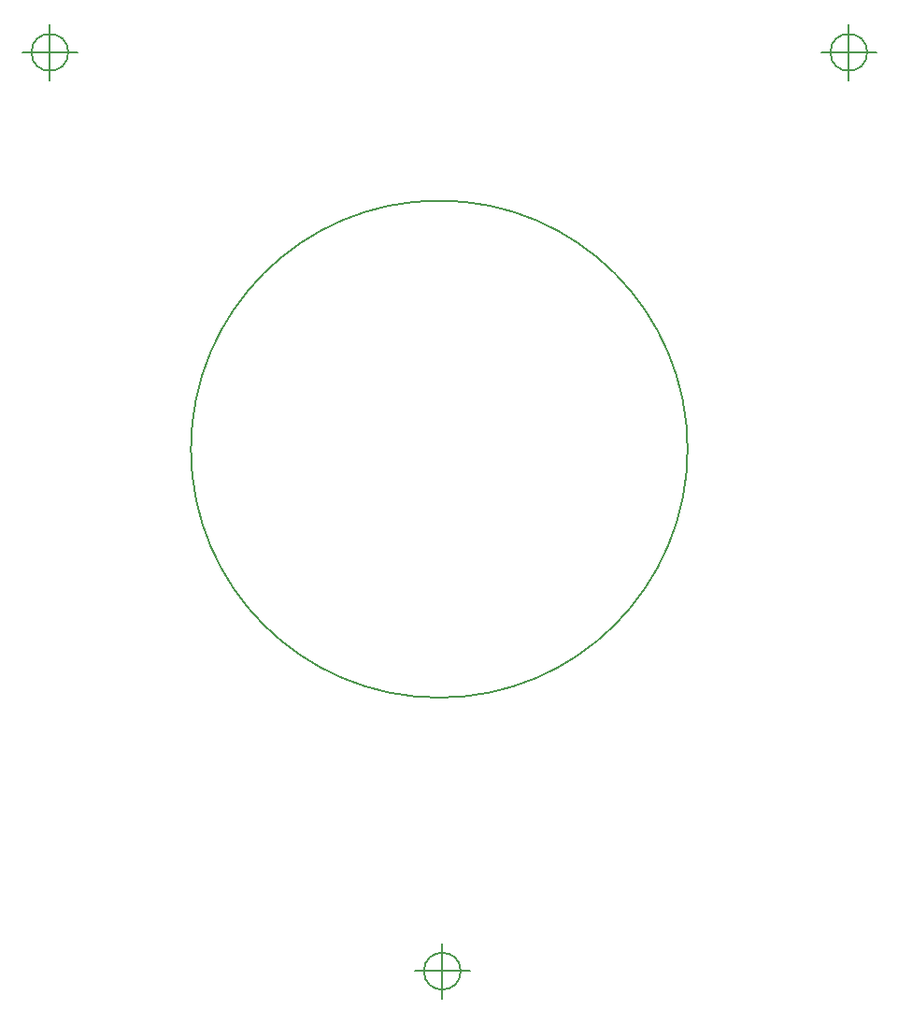
<source format=gbr>
G04 #@! TF.GenerationSoftware,KiCad,Pcbnew,(5.1.5)-3*
G04 #@! TF.CreationDate,2020-11-19T15:19:38-03:00*
G04 #@! TF.ProjectId,MainBoard_a,4d61696e-426f-4617-9264-5f612e6b6963,1*
G04 #@! TF.SameCoordinates,Original*
G04 #@! TF.FileFunction,Profile,NP*
%FSLAX46Y46*%
G04 Gerber Fmt 4.6, Leading zero omitted, Abs format (unit mm)*
G04 Created by KiCad (PCBNEW (5.1.5)-3) date 2020-11-19 15:19:38*
%MOMM*%
%LPD*%
G04 APERTURE LIST*
%ADD10C,0.150000*%
G04 APERTURE END LIST*
D10*
X107711666Y-30480000D02*
G75*
G03X107711666Y-30480000I-1666666J0D01*
G01*
X103545000Y-30480000D02*
X108545000Y-30480000D01*
X106045000Y-27980000D02*
X106045000Y-32980000D01*
X70881666Y-113665000D02*
G75*
G03X70881666Y-113665000I-1666666J0D01*
G01*
X66715000Y-113665000D02*
X71715000Y-113665000D01*
X69215000Y-111165000D02*
X69215000Y-116165000D01*
X35321666Y-30480000D02*
G75*
G03X35321666Y-30480000I-1666666J0D01*
G01*
X31155000Y-30480000D02*
X36155000Y-30480000D01*
X33655000Y-27980000D02*
X33655000Y-32980000D01*
X91440000Y-66400000D02*
G75*
G03X91440000Y-66400000I-22500000J0D01*
G01*
M02*

</source>
